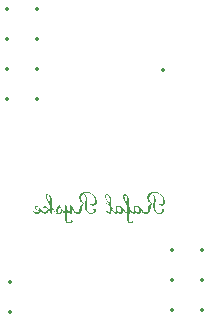
<source format=gbo>
%TF.GenerationSoftware,KiCad,Pcbnew,9.0.2*%
%TF.CreationDate,2025-11-28T20:50:14+01:00*%
%TF.ProjectId,stacja_pogodowa,73746163-6a61-45f7-906f-676f646f7761,rev?*%
%TF.SameCoordinates,Original*%
%TF.FileFunction,Legend,Bot*%
%TF.FilePolarity,Positive*%
%FSLAX46Y46*%
G04 Gerber Fmt 4.6, Leading zero omitted, Abs format (unit mm)*
G04 Created by KiCad (PCBNEW 9.0.2) date 2025-11-28 20:50:14*
%MOMM*%
%LPD*%
G01*
G04 APERTURE LIST*
%ADD10C,0.400000*%
%ADD11C,0.350000*%
G04 APERTURE END LIST*
D10*
G36*
X83341870Y-39408063D02*
G01*
X83424542Y-39523497D01*
X83505197Y-39604844D01*
X83584442Y-39658491D01*
X83663594Y-39689062D01*
X83744626Y-39699078D01*
X83814588Y-39689455D01*
X83881769Y-39660122D01*
X83942029Y-39614345D01*
X83996441Y-39551311D01*
X84038528Y-39480375D01*
X84061287Y-39416123D01*
X84106350Y-39209005D01*
X84158388Y-38998730D01*
X84189881Y-38902847D01*
X84216451Y-38858006D01*
X84250507Y-38829735D01*
X84293562Y-38815286D01*
X84293562Y-38777428D01*
X84220598Y-38752946D01*
X84153285Y-38704795D01*
X84089986Y-38628073D01*
X84042655Y-38539310D01*
X84014717Y-38447288D01*
X84005355Y-38350369D01*
X84014172Y-38256659D01*
X84039583Y-38174733D01*
X84081173Y-38102251D01*
X84140055Y-38037616D01*
X84236113Y-37971960D01*
X84350818Y-37931408D01*
X84489200Y-37917083D01*
X84622787Y-37928909D01*
X84747282Y-37963838D01*
X84864840Y-38022209D01*
X84977076Y-38105882D01*
X85072264Y-38207604D01*
X85137888Y-38316051D01*
X85177005Y-38433078D01*
X85190300Y-38561517D01*
X85182120Y-38653539D01*
X85159252Y-38728790D01*
X85123011Y-38790617D01*
X85073111Y-38840462D01*
X85018341Y-38868888D01*
X84956437Y-38878422D01*
X84889217Y-38868147D01*
X84828776Y-38837346D01*
X84772766Y-38783168D01*
X84738328Y-38808447D01*
X84796792Y-38896646D01*
X84864750Y-38955999D01*
X84943636Y-38991275D01*
X85037037Y-39003475D01*
X85120460Y-38992637D01*
X85190010Y-38961473D01*
X85249040Y-38909319D01*
X85292184Y-38842284D01*
X85319460Y-38758983D01*
X85329274Y-38655062D01*
X85318850Y-38532284D01*
X85287813Y-38415271D01*
X85235604Y-38302334D01*
X85160486Y-38192139D01*
X85059630Y-38083778D01*
X84946818Y-37992595D01*
X84826307Y-37922510D01*
X84696903Y-37872292D01*
X84556983Y-37841621D01*
X84404570Y-37831109D01*
X84271855Y-37839728D01*
X84160507Y-37863872D01*
X84067049Y-37901691D01*
X83988625Y-37952376D01*
X83922229Y-38018399D01*
X83875282Y-38094463D01*
X83846433Y-38182565D01*
X83836339Y-38285767D01*
X83847152Y-38394748D01*
X83879393Y-38497782D01*
X83934036Y-38596810D01*
X84006563Y-38683097D01*
X84089188Y-38746283D01*
X84183408Y-38788785D01*
X84134534Y-38816881D01*
X84073743Y-38875491D01*
X84022576Y-38944054D01*
X83996318Y-38999811D01*
X83933426Y-39201311D01*
X83857529Y-39426552D01*
X83814846Y-39519682D01*
X83781343Y-39557875D01*
X83736037Y-39581210D01*
X83674895Y-39589658D01*
X83616021Y-39579184D01*
X83550969Y-39544697D01*
X83476557Y-39478392D01*
X83390230Y-39368984D01*
X83341870Y-39408063D01*
G37*
G36*
X84260101Y-38075840D02*
G01*
X84318970Y-38144883D01*
X84360692Y-38221800D01*
X84386205Y-38308187D01*
X84395045Y-38406301D01*
X84388651Y-38500480D01*
X84362316Y-38688890D01*
X84335789Y-38885245D01*
X84328122Y-39030219D01*
X84338553Y-39171114D01*
X84368562Y-39295885D01*
X84417101Y-39407152D01*
X84484316Y-39506981D01*
X84569371Y-39593213D01*
X84660157Y-39652206D01*
X84758271Y-39687200D01*
X84866311Y-39699078D01*
X84965817Y-39688210D01*
X85054644Y-39656420D01*
X85135345Y-39603213D01*
X85200197Y-39532418D01*
X85246434Y-39443331D01*
X85273709Y-39331615D01*
X85067201Y-39276538D01*
X85051325Y-39294124D01*
X85077753Y-39353411D01*
X85086374Y-39414535D01*
X85079274Y-39467192D01*
X85057909Y-39516234D01*
X85020673Y-39563157D01*
X84973240Y-39599142D01*
X84917128Y-39621054D01*
X84849825Y-39628736D01*
X84753069Y-39614993D01*
X84670112Y-39574774D01*
X84597278Y-39505882D01*
X84543442Y-39419201D01*
X84510254Y-39317974D01*
X84498604Y-39198503D01*
X84504539Y-39043776D01*
X84523150Y-38874148D01*
X84546353Y-38656650D01*
X84540028Y-38513130D01*
X84522800Y-38398160D01*
X84496894Y-38307016D01*
X84455439Y-38222628D01*
X84388087Y-38131611D01*
X84288921Y-38032365D01*
X84260101Y-38075840D01*
G37*
G36*
X82803070Y-39072351D02*
G01*
X82873764Y-39037913D01*
X82943998Y-39026922D01*
X83008420Y-39036770D01*
X83085394Y-39069860D01*
X83179082Y-39133778D01*
X83263043Y-39209975D01*
X83348545Y-39307788D01*
X83435781Y-39430533D01*
X83384368Y-39466315D01*
X83319521Y-39373869D01*
X83319521Y-39421252D01*
X83311855Y-39500897D01*
X83290445Y-39565330D01*
X83256385Y-39617745D01*
X83209879Y-39658257D01*
X83154091Y-39682695D01*
X83086147Y-39691263D01*
X83015663Y-39683847D01*
X82955355Y-39662564D01*
X82898378Y-39623815D01*
X82822121Y-39547648D01*
X82813385Y-39623211D01*
X82795254Y-39661099D01*
X82763661Y-39682931D01*
X82711723Y-39691263D01*
X82645096Y-39679234D01*
X82573318Y-39639967D01*
X82493049Y-39564861D01*
X82401901Y-39441158D01*
X82448796Y-39400125D01*
X82512892Y-39486631D01*
X82563712Y-39541664D01*
X82613403Y-39580811D01*
X82639305Y-39589658D01*
X82662891Y-39585620D01*
X82673011Y-39575980D01*
X82679117Y-39487930D01*
X82679117Y-39152585D01*
X82824930Y-39152585D01*
X82824930Y-39433220D01*
X82833461Y-39453419D01*
X82877808Y-39508203D01*
X82934624Y-39552654D01*
X82991748Y-39566210D01*
X83063156Y-39552509D01*
X83115945Y-39513087D01*
X83148999Y-39451990D01*
X83161374Y-39362023D01*
X83153836Y-39289173D01*
X83132241Y-39226991D01*
X83096894Y-39173224D01*
X83049972Y-39129498D01*
X83002296Y-39105183D01*
X82952180Y-39097264D01*
X82883083Y-39111031D01*
X82824930Y-39152585D01*
X82679117Y-39152585D01*
X82679117Y-39008848D01*
X82803070Y-39072351D01*
G37*
G36*
X82021511Y-38055363D02*
G01*
X82101899Y-38095645D01*
X82179640Y-38167431D01*
X82239316Y-38255650D01*
X82274561Y-38350731D01*
X82286496Y-38455272D01*
X82286496Y-39073939D01*
X82335467Y-39191175D01*
X82410450Y-39340041D01*
X82463939Y-39430045D01*
X82418632Y-39472177D01*
X82342027Y-39353597D01*
X82286496Y-39239780D01*
X82286496Y-39586605D01*
X82317235Y-39562793D01*
X82359891Y-39500631D01*
X82403685Y-39566706D01*
X82426448Y-39627637D01*
X82351683Y-39670881D01*
X82286496Y-39690652D01*
X82286496Y-40185000D01*
X82298400Y-40320775D01*
X82326905Y-40397599D01*
X82365787Y-40436689D01*
X82416556Y-40449392D01*
X82462454Y-40440543D01*
X82498377Y-40414588D01*
X82522103Y-40376533D01*
X82530129Y-40330812D01*
X82521336Y-40291001D01*
X82547836Y-40268286D01*
X82664706Y-40381981D01*
X82604019Y-40450910D01*
X82533010Y-40490560D01*
X82447941Y-40504103D01*
X82365392Y-40493357D01*
X82293705Y-40461960D01*
X82230076Y-40408726D01*
X82182326Y-40340415D01*
X82152683Y-40257524D01*
X82142149Y-40156057D01*
X82142149Y-39691263D01*
X82075548Y-39679116D01*
X82003401Y-39639333D01*
X81922264Y-39562984D01*
X81829640Y-39436884D01*
X81877390Y-39384005D01*
X81978214Y-39521638D01*
X82031995Y-39574026D01*
X82085437Y-39601310D01*
X82142149Y-39612861D01*
X82142149Y-39035104D01*
X81943012Y-38700010D01*
X81845882Y-38504853D01*
X81802679Y-38385587D01*
X81779122Y-38283649D01*
X81774955Y-38233377D01*
X81891678Y-38233377D01*
X81903692Y-38349702D01*
X81943935Y-38492774D01*
X82020231Y-38668983D01*
X82142149Y-38885261D01*
X82142149Y-38365146D01*
X82128800Y-38258845D01*
X82092568Y-38181842D01*
X82055695Y-38141554D01*
X82018018Y-38119578D01*
X81978018Y-38112477D01*
X81931806Y-38124722D01*
X81903277Y-38160993D01*
X81891678Y-38233377D01*
X81774955Y-38233377D01*
X81771877Y-38196252D01*
X81782765Y-38127019D01*
X81812006Y-38081436D01*
X81860326Y-38052965D01*
X81935642Y-38042135D01*
X82021511Y-38055363D01*
G37*
G36*
X81284856Y-39072351D02*
G01*
X81355551Y-39037913D01*
X81425785Y-39026922D01*
X81490206Y-39036770D01*
X81567180Y-39069860D01*
X81660868Y-39133778D01*
X81744829Y-39209975D01*
X81830331Y-39307788D01*
X81917568Y-39430533D01*
X81866154Y-39466315D01*
X81801308Y-39373869D01*
X81801308Y-39421252D01*
X81793641Y-39500897D01*
X81772232Y-39565330D01*
X81738171Y-39617745D01*
X81691666Y-39658257D01*
X81635878Y-39682695D01*
X81567934Y-39691263D01*
X81497450Y-39683847D01*
X81437142Y-39662564D01*
X81380164Y-39623815D01*
X81303907Y-39547648D01*
X81295171Y-39623211D01*
X81277041Y-39661099D01*
X81245448Y-39682931D01*
X81193510Y-39691263D01*
X81126882Y-39679234D01*
X81055104Y-39639967D01*
X80974835Y-39564861D01*
X80883688Y-39441158D01*
X80930582Y-39400125D01*
X80994678Y-39486631D01*
X81045498Y-39541664D01*
X81095189Y-39580811D01*
X81121092Y-39589658D01*
X81144678Y-39585620D01*
X81154797Y-39575980D01*
X81160903Y-39487930D01*
X81160903Y-39152585D01*
X81306716Y-39152585D01*
X81306716Y-39433220D01*
X81315248Y-39453419D01*
X81359595Y-39508203D01*
X81416411Y-39552654D01*
X81473534Y-39566210D01*
X81544942Y-39552509D01*
X81597732Y-39513087D01*
X81630785Y-39451990D01*
X81643161Y-39362023D01*
X81635623Y-39289173D01*
X81614028Y-39226991D01*
X81578681Y-39173224D01*
X81531759Y-39129498D01*
X81484082Y-39105183D01*
X81433967Y-39097264D01*
X81364869Y-39111031D01*
X81306716Y-39152585D01*
X81160903Y-39152585D01*
X81160903Y-39008848D01*
X81284856Y-39072351D01*
G37*
G36*
X80466542Y-38050789D02*
G01*
X80529645Y-38077672D01*
X80594885Y-38125927D01*
X80663503Y-38200771D01*
X80732868Y-38311640D01*
X80773713Y-38428700D01*
X80787456Y-38554678D01*
X80787456Y-39061360D01*
X80952930Y-39174933D01*
X80946824Y-39256877D01*
X80809193Y-39159912D01*
X80869838Y-39295625D01*
X80954274Y-39430167D01*
X80905914Y-39469124D01*
X80842963Y-39378471D01*
X80787456Y-39271531D01*
X80787456Y-39505638D01*
X80779234Y-39612385D01*
X80761933Y-39657435D01*
X80731064Y-39682445D01*
X80686584Y-39691263D01*
X80614381Y-39678893D01*
X80537710Y-39638941D01*
X80453322Y-39563529D01*
X80358932Y-39440792D01*
X80407170Y-39400247D01*
X80508522Y-39525277D01*
X80569194Y-39577405D01*
X80604518Y-39589658D01*
X80624883Y-39582686D01*
X80636514Y-39560348D01*
X80642986Y-39445554D01*
X80642986Y-39047805D01*
X80454797Y-38917013D01*
X80349040Y-38845694D01*
X80358321Y-38765704D01*
X80489113Y-38855830D01*
X80558845Y-38900038D01*
X80398914Y-38635079D01*
X80305630Y-38445482D01*
X80260465Y-38313719D01*
X80254351Y-38269403D01*
X80351605Y-38269403D01*
X80364590Y-38371210D01*
X80409490Y-38503632D01*
X80485336Y-38656315D01*
X80642986Y-38927393D01*
X80642986Y-38477009D01*
X80635527Y-38367679D01*
X80615264Y-38282230D01*
X80584490Y-38215914D01*
X80539762Y-38160143D01*
X80492936Y-38130026D01*
X80441974Y-38120293D01*
X80404969Y-38128287D01*
X80378039Y-38151728D01*
X80359248Y-38195283D01*
X80351605Y-38269403D01*
X80254351Y-38269403D01*
X80248168Y-38224584D01*
X80259180Y-38148041D01*
X80289567Y-38092083D01*
X80337864Y-38055014D01*
X80403750Y-38042135D01*
X80466542Y-38050789D01*
G37*
G36*
X77564061Y-39408063D02*
G01*
X77646733Y-39523497D01*
X77727388Y-39604844D01*
X77806633Y-39658491D01*
X77885785Y-39689062D01*
X77966817Y-39699078D01*
X78036780Y-39689455D01*
X78103960Y-39660122D01*
X78164220Y-39614345D01*
X78218632Y-39551311D01*
X78260719Y-39480375D01*
X78283478Y-39416123D01*
X78328541Y-39209005D01*
X78380579Y-38998730D01*
X78412072Y-38902847D01*
X78438642Y-38858006D01*
X78472698Y-38829735D01*
X78515753Y-38815286D01*
X78515753Y-38777428D01*
X78442790Y-38752946D01*
X78375476Y-38704795D01*
X78312177Y-38628073D01*
X78264847Y-38539310D01*
X78236909Y-38447288D01*
X78227547Y-38350369D01*
X78236364Y-38256659D01*
X78261775Y-38174733D01*
X78303364Y-38102251D01*
X78362247Y-38037616D01*
X78458305Y-37971960D01*
X78573009Y-37931408D01*
X78711392Y-37917083D01*
X78844978Y-37928909D01*
X78969473Y-37963838D01*
X79087031Y-38022209D01*
X79199267Y-38105882D01*
X79294455Y-38207604D01*
X79360079Y-38316051D01*
X79399196Y-38433078D01*
X79412491Y-38561517D01*
X79404312Y-38653539D01*
X79381443Y-38728790D01*
X79345202Y-38790617D01*
X79295302Y-38840462D01*
X79240532Y-38868888D01*
X79178628Y-38878422D01*
X79111408Y-38868147D01*
X79050968Y-38837346D01*
X78994958Y-38783168D01*
X78960519Y-38808447D01*
X79018983Y-38896646D01*
X79086941Y-38955999D01*
X79165828Y-38991275D01*
X79259228Y-39003475D01*
X79342651Y-38992637D01*
X79412202Y-38961473D01*
X79471231Y-38909319D01*
X79514375Y-38842284D01*
X79541651Y-38758983D01*
X79551465Y-38655062D01*
X79541041Y-38532284D01*
X79510004Y-38415271D01*
X79457796Y-38302334D01*
X79382677Y-38192139D01*
X79281821Y-38083778D01*
X79169009Y-37992595D01*
X79048499Y-37922510D01*
X78919095Y-37872292D01*
X78779174Y-37841621D01*
X78626762Y-37831109D01*
X78494046Y-37839728D01*
X78382699Y-37863872D01*
X78289241Y-37901691D01*
X78210816Y-37952376D01*
X78144420Y-38018399D01*
X78097473Y-38094463D01*
X78068624Y-38182565D01*
X78058531Y-38285767D01*
X78069343Y-38394748D01*
X78101584Y-38497782D01*
X78156228Y-38596810D01*
X78228755Y-38683097D01*
X78311379Y-38746283D01*
X78405600Y-38788785D01*
X78356725Y-38816881D01*
X78295935Y-38875491D01*
X78244767Y-38944054D01*
X78218510Y-38999811D01*
X78155617Y-39201311D01*
X78079720Y-39426552D01*
X78037037Y-39519682D01*
X78003534Y-39557875D01*
X77958228Y-39581210D01*
X77897086Y-39589658D01*
X77838212Y-39579184D01*
X77773160Y-39544697D01*
X77698748Y-39478392D01*
X77612421Y-39368984D01*
X77564061Y-39408063D01*
G37*
G36*
X78482292Y-38075840D02*
G01*
X78541161Y-38144883D01*
X78582883Y-38221800D01*
X78608396Y-38308187D01*
X78617236Y-38406301D01*
X78610842Y-38500480D01*
X78584508Y-38688890D01*
X78557981Y-38885245D01*
X78550314Y-39030219D01*
X78560744Y-39171114D01*
X78590754Y-39295885D01*
X78639292Y-39407152D01*
X78706507Y-39506981D01*
X78791562Y-39593213D01*
X78882348Y-39652206D01*
X78980462Y-39687200D01*
X79088503Y-39699078D01*
X79188009Y-39688210D01*
X79276835Y-39656420D01*
X79357536Y-39603213D01*
X79422389Y-39532418D01*
X79468626Y-39443331D01*
X79495900Y-39331615D01*
X79289392Y-39276538D01*
X79273517Y-39294124D01*
X79299944Y-39353411D01*
X79308565Y-39414535D01*
X79301465Y-39467192D01*
X79280101Y-39516234D01*
X79242864Y-39563157D01*
X79195431Y-39599142D01*
X79139319Y-39621054D01*
X79072016Y-39628736D01*
X78975260Y-39614993D01*
X78892303Y-39574774D01*
X78819469Y-39505882D01*
X78765633Y-39419201D01*
X78732445Y-39317974D01*
X78720795Y-39198503D01*
X78726730Y-39043776D01*
X78745341Y-38874148D01*
X78768545Y-38656650D01*
X78762219Y-38513130D01*
X78744991Y-38398160D01*
X78719085Y-38307016D01*
X78677630Y-38222628D01*
X78610279Y-38131611D01*
X78511113Y-38032365D01*
X78482292Y-38075840D01*
G37*
G36*
X76606385Y-39408307D02*
G01*
X76692008Y-39533246D01*
X76765408Y-39611797D01*
X76828799Y-39656029D01*
X76884944Y-39675020D01*
X76884944Y-40109651D01*
X76896673Y-40214955D01*
X76930515Y-40305613D01*
X76986549Y-40384912D01*
X77060178Y-40447113D01*
X77143108Y-40483754D01*
X77238607Y-40496287D01*
X77322875Y-40485518D01*
X77408600Y-40452079D01*
X77483666Y-40398512D01*
X77539881Y-40326660D01*
X77420568Y-40189762D01*
X77396999Y-40211744D01*
X77402739Y-40264989D01*
X77389781Y-40322850D01*
X77348639Y-40376608D01*
X77289127Y-40413419D01*
X77216748Y-40425945D01*
X77163952Y-40418478D01*
X77120872Y-40397038D01*
X77085101Y-40360854D01*
X77050689Y-40287087D01*
X77037595Y-40177794D01*
X77037595Y-39425038D01*
X77140745Y-39560525D01*
X77209054Y-39632522D01*
X77277612Y-39677781D01*
X77339724Y-39691263D01*
X77399863Y-39681489D01*
X77439845Y-39655028D01*
X77465108Y-39610785D01*
X77474790Y-39541175D01*
X77474790Y-39237093D01*
X77527182Y-39339208D01*
X77604117Y-39456545D01*
X77649424Y-39414413D01*
X77532622Y-39211554D01*
X77474180Y-39067100D01*
X77320795Y-38993339D01*
X77320795Y-39538000D01*
X77311513Y-39571744D01*
X77286479Y-39581842D01*
X77272801Y-39581842D01*
X77243868Y-39567404D01*
X77176311Y-39494454D01*
X77037595Y-39298520D01*
X77037595Y-39067466D01*
X76884944Y-38993339D01*
X76884944Y-39573660D01*
X76833261Y-39555382D01*
X76760632Y-39495819D01*
X76657431Y-39369106D01*
X76606385Y-39408307D01*
G37*
G36*
X76364584Y-38997002D02*
G01*
X76298929Y-39038773D01*
X76242344Y-39091925D01*
X76194103Y-39157592D01*
X76157317Y-39230419D01*
X76136162Y-39301350D01*
X76129256Y-39371549D01*
X76137862Y-39454567D01*
X76162961Y-39528587D01*
X76204727Y-39595642D01*
X76260567Y-39649323D01*
X76324141Y-39680590D01*
X76398290Y-39691263D01*
X76456719Y-39682106D01*
X76524563Y-39651695D01*
X76586854Y-39603617D01*
X76643387Y-39533604D01*
X76590557Y-39471401D01*
X76514794Y-39416612D01*
X76500628Y-39434319D01*
X76503681Y-39474863D01*
X76493837Y-39528561D01*
X76463869Y-39576468D01*
X76420319Y-39610304D01*
X76373621Y-39620921D01*
X76317339Y-39607943D01*
X76271406Y-39568164D01*
X76241876Y-39510096D01*
X76231350Y-39434685D01*
X76242392Y-39357520D01*
X76276116Y-39283695D01*
X76335979Y-39210892D01*
X76428454Y-39137930D01*
X76542515Y-39316350D01*
X76646318Y-39469124D01*
X76694556Y-39430167D01*
X76558832Y-39208762D01*
X76414288Y-38925073D01*
X76375697Y-38928492D01*
X76364584Y-38997002D01*
G37*
G36*
X75895882Y-39437739D02*
G01*
X75980494Y-39553453D01*
X76070557Y-39633379D01*
X76167090Y-39683596D01*
X76272627Y-39707138D01*
X76283007Y-39673921D01*
X76187787Y-39641372D01*
X76113014Y-39595642D01*
X76043638Y-39528179D01*
X75942655Y-39400369D01*
X75895882Y-39437739D01*
G37*
G36*
X75466457Y-38039682D02*
G01*
X75548694Y-38080110D01*
X75629902Y-38152533D01*
X75692628Y-38241743D01*
X75729680Y-38338657D01*
X75742254Y-38446113D01*
X75742254Y-39067466D01*
X75766285Y-39114182D01*
X75959263Y-39422229D01*
X75913956Y-39464483D01*
X75742254Y-39214501D01*
X75742254Y-39717274D01*
X75597784Y-39640460D01*
X75597784Y-39453004D01*
X75532449Y-39372037D01*
X75414263Y-39544678D01*
X75343893Y-39626905D01*
X75296068Y-39662872D01*
X75243672Y-39684063D01*
X75185013Y-39691263D01*
X75103399Y-39678088D01*
X75020280Y-39636456D01*
X74932614Y-39559637D01*
X74838555Y-39436884D01*
X74886182Y-39384005D01*
X74990440Y-39517129D01*
X75059560Y-39575108D01*
X75105757Y-39589658D01*
X75159819Y-39580804D01*
X75210065Y-39553765D01*
X75258408Y-39505150D01*
X75428768Y-39258586D01*
X75351275Y-39182900D01*
X75292405Y-39146515D01*
X75246563Y-39136343D01*
X75209592Y-39146179D01*
X75172528Y-39179304D01*
X75133600Y-39247351D01*
X75068882Y-39203966D01*
X75039893Y-39171857D01*
X75032240Y-39147212D01*
X75041173Y-39117166D01*
X75076448Y-39072107D01*
X75125190Y-39038146D01*
X75182327Y-39026922D01*
X75235749Y-39033915D01*
X75292790Y-39056104D01*
X75355129Y-39096531D01*
X75449033Y-39183907D01*
X75597784Y-39355795D01*
X75597784Y-39007016D01*
X75429827Y-38739676D01*
X75318004Y-38521584D01*
X75259872Y-38374586D01*
X75230492Y-38265291D01*
X75225892Y-38221287D01*
X75333757Y-38221287D01*
X75348502Y-38336575D01*
X75402634Y-38507662D01*
X75483032Y-38685534D01*
X75597784Y-38885261D01*
X75597784Y-38381144D01*
X75584799Y-38270660D01*
X75548080Y-38180865D01*
X75509971Y-38131577D01*
X75470573Y-38105271D01*
X75428157Y-38096845D01*
X75389657Y-38105833D01*
X75359525Y-38133115D01*
X75340460Y-38172349D01*
X75333757Y-38221287D01*
X75225892Y-38221287D01*
X75222138Y-38185383D01*
X75232978Y-38113106D01*
X75261756Y-38066173D01*
X75308515Y-38037347D01*
X75380408Y-38026503D01*
X75466457Y-38039682D01*
G37*
G36*
X74508875Y-39027357D02*
G01*
X74574605Y-39052800D01*
X74642062Y-39097875D01*
X74743929Y-39201975D01*
X74918667Y-39430411D01*
X74867131Y-39466437D01*
X74798866Y-39374724D01*
X74802285Y-39430289D01*
X74794027Y-39510267D01*
X74771160Y-39573141D01*
X74734874Y-39622752D01*
X74686036Y-39660042D01*
X74626269Y-39683075D01*
X74552424Y-39691263D01*
X74449244Y-39683837D01*
X74366071Y-39663356D01*
X74299145Y-39631667D01*
X74239705Y-39586649D01*
X74179992Y-39523225D01*
X74119748Y-39437739D01*
X74166643Y-39400369D01*
X74237627Y-39481494D01*
X74310502Y-39536413D01*
X74387888Y-39571513D01*
X74451430Y-39581842D01*
X74533340Y-39570477D01*
X74587809Y-39540326D01*
X74622644Y-39492205D01*
X74493279Y-39411061D01*
X74405652Y-39336557D01*
X74350430Y-39267791D01*
X74320374Y-39203222D01*
X74318007Y-39187634D01*
X74430669Y-39187634D01*
X74441661Y-39246656D01*
X74476683Y-39305814D01*
X74542709Y-39367629D01*
X74650976Y-39433098D01*
X74660746Y-39398538D01*
X74671493Y-39315251D01*
X74659402Y-39230238D01*
X74624720Y-39161133D01*
X74589832Y-39124631D01*
X74552127Y-39104088D01*
X74510048Y-39097264D01*
X74477019Y-39103712D01*
X74452163Y-39122421D01*
X74436319Y-39150418D01*
X74430669Y-39187634D01*
X74318007Y-39187634D01*
X74310868Y-39140617D01*
X74320394Y-39091505D01*
X74348360Y-39053056D01*
X74389973Y-39027880D01*
X74443248Y-39019106D01*
X74508875Y-39027357D01*
G37*
D11*
X72200000Y-45500000D03*
X72200000Y-48040000D03*
X85200000Y-27500000D03*
X71960000Y-22380000D03*
X74500000Y-22380000D03*
X71960000Y-24920000D03*
X74500000Y-24920000D03*
X71960000Y-27460000D03*
X74500000Y-27460000D03*
X71960000Y-30000000D03*
X74500000Y-30000000D03*
X85960000Y-42760000D03*
X88500000Y-42760000D03*
X85960000Y-45300000D03*
X88500000Y-45300000D03*
X85960000Y-47840000D03*
X88500000Y-47840000D03*
M02*

</source>
